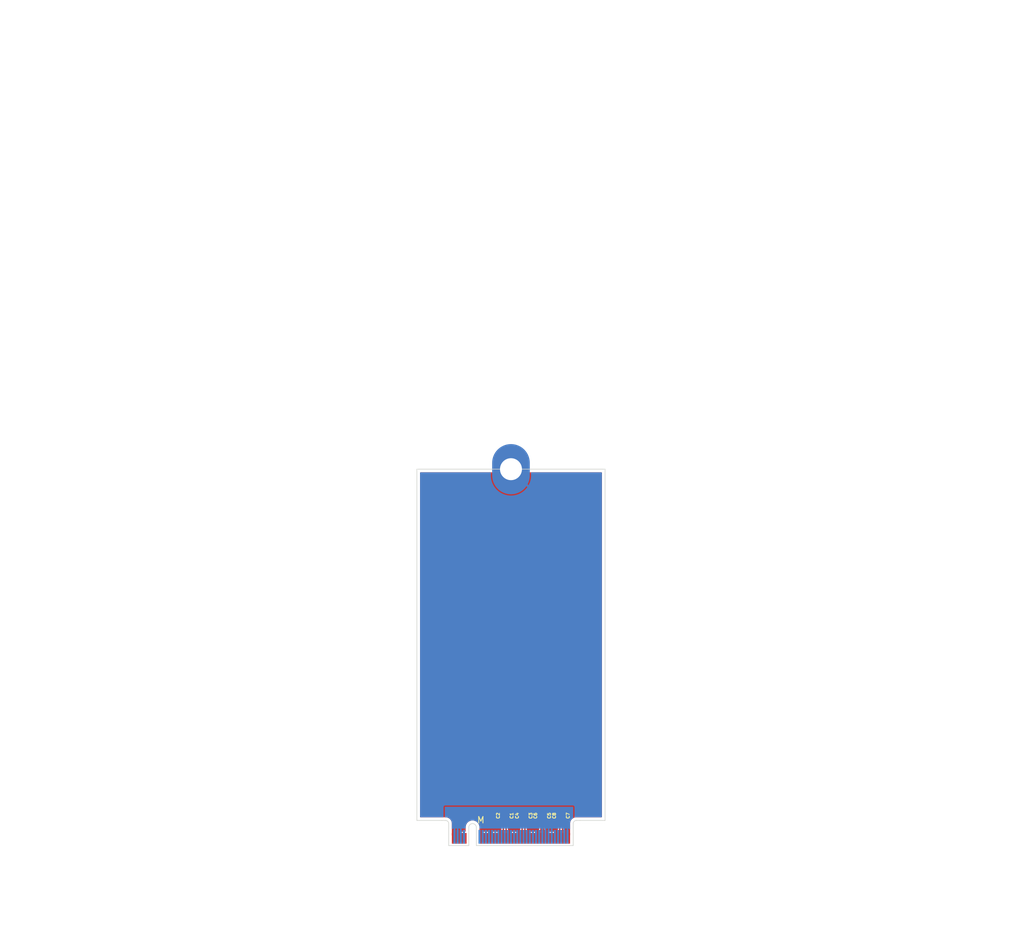
<source format=kicad_pcb>
(kicad_pcb (version 20241229) (generator "pcbnew") (generator_version "9.0")
  (layers (0 "F.Cu" signal) (2 "B.Cu" signal) (13 "F.Paste" user) (15 "B.Paste" user) (5 "F.SilkS" user "F.Silkscreen") (7 "B.SilkS" user "B.Silkscreen") (1 "F.Mask" user) (3 "B.Mask" user) (25 "Edge.Cuts" user))
  (net 0 "")
  (net 1 "/M.2 M Key/PET1P")
  (net 2 "/M.2 M Key/PET1N")
  (net 3 "/M.2 M Key/PET0N")
  (net 4 "/M.2 M Key/PET0P")
  (net 5 "/M.2 M Key/PET3N")
  (net 6 "/M.2 M Key/PET2P")
  (net 7 "/M.2 M Key/PET2N")
  (net 8 "/M.2 M Key/PET3P")
  (net 9 "/PET2+")
  (net 10 "/PET3+")
  (net 11 "/PET0-")
  (net 12 "/PET1-")
  (net 13 "GND")
  (net 14 "+3.3V")
  (net 17 "/LED1#")
  (net 18 "/PER3-")
  (net 19 "/PER3+")
  (net 22 "/PER2-")
  (net 24 "/PER2+")
  (net 30 "/PER1-")
  (net 32 "/PER1+")
  (net 33 "/DEVSLP")
  (net 38 "/PER0-")
  (net 40 "/PER0+")
  (net 41 "/PERST#")
  (net 42 "/CLKREQ#")
  (net 43 "/REFCLK-")
  (net 44 "/PEWAKE#")
  (net 45 "/REFCLK+")
  (net 49 "/SUSCLK")
  (net 50 "/PEDET")
  (net 51 "/PET1+")
  (net 52 "/PET2-")
  (net 53 "/PET0+")
  (net 54 "/PET3-")
  (footprint "Capacitor_SMD:C_0201_0603Metric" (layer "F.Cu") (at 113.32 153.765 90)
    (property "Reference" "C7" (at 0.005 0.735 90) (layer "F.SilkS") (effects (font (size 0.5 0.5))))
    (property "Value" "220nF")
    (pad "1" smd roundrect (at -0.32 0 90) (size 0.46 0.4) (layers "F.Cu" "F.Mask") (net 5 "/M.2 M Key/PET3N"))
    (pad "2" smd roundrect (at 0.32 0 90) (size 0.46 0.4) (layers "F.Cu" "F.Mask") (net 54 "/PET3-"))
  )
  (footprint "Capacitor_SMD:C_0201_0603Metric" (layer "F.Cu") (at 106.62 153.765 90)
    (property "Reference" "C4" (at 0 -0.675 90) (layer "F.SilkS") (effects (font (size 0.5 0.5))))
    (property "Value" "220nF")
    (pad "1" smd roundrect (at -0.32 0 90) (size 0.46 0.4) (layers "F.Cu" "F.Mask") (net 1 "/M.2 M Key/PET1P"))
    (pad "2" smd roundrect (at 0.32 0 90) (size 0.46 0.4) (layers "F.Cu" "F.Mask") (net 51 "/PET1+"))
  )
  (footprint "Capacitor_SMD:C_0201_0603Metric" (layer "F.Cu") (at 103.62 153.765 90)
    (property "Reference" "C2" (at 0 -0.705 90) (layer "F.SilkS") (effects (font (size 0.5 0.5))))
    (property "Value" "220nF")
    (pad "1" smd roundrect (at -0.32 0 90) (size 0.46 0.4) (layers "F.Cu" "F.Mask") (net 4 "/M.2 M Key/PET0P"))
    (pad "2" smd roundrect (at 0.32 0 90) (size 0.46 0.4) (layers "F.Cu" "F.Mask") (net 53 "/PET0+"))
  )
  (footprint "Capacitor_SMD:C_0201_0603Metric" (layer "F.Cu") (at 107.32 153.765 90)
    (property "Reference" "C3" (at 0 0.795 90) (layer "F.SilkS") (effects (font (size 0.5 0.5))))
    (property "Value" "220nF")
    (pad "1" smd roundrect (at -0.32 0 90) (size 0.46 0.4) (layers "F.Cu" "F.Mask") (net 2 "/M.2 M Key/PET1N"))
    (pad "2" smd roundrect (at 0.32 0 90) (size 0.46 0.4) (layers "F.Cu" "F.Mask") (net 12 "/PET1-"))
  )
  (footprint "Capacitor_SMD:C_0201_0603Metric" (layer "F.Cu") (at 104.32 153.765 90)
    (property "Reference" "C1" (at 0 0.765 90) (layer "F.SilkS") (effects (font (size 0.5 0.5))))
    (property "Value" "220nF")
    (pad "1" smd roundrect (at -0.32 0 90) (size 0.46 0.4) (layers "F.Cu" "F.Mask") (net 3 "/M.2 M Key/PET0N"))
    (pad "2" smd roundrect (at 0.32 0 90) (size 0.46 0.4) (layers "F.Cu" "F.Mask") (net 11 "/PET0-"))
  )
  (footprint "Capacitor_SMD:C_0201_0603Metric" (layer "F.Cu") (at 110.32 153.765 90)
    (property "Reference" "C5" (at 0 0.74 90) (layer "F.SilkS") (effects (font (size 0.5 0.5))))
    (property "Value" "220nF")
    (pad "1" smd roundrect (at -0.32 0 90) (size 0.46 0.4) (layers "F.Cu" "F.Mask") (net 7 "/M.2 M Key/PET2N"))
    (pad "2" smd roundrect (at 0.32 0 90) (size 0.46 0.4) (layers "F.Cu" "F.Mask") (net 52 "/PET2-"))
  )
  (footprint "Capacitor_SMD:C_0201_0603Metric" (layer "F.Cu") (at 109.62 153.765 90)
    (property "Reference" "C6" (at 0 -0.755 90) (layer "F.SilkS") (effects (font (size 0.5 0.5))))
    (property "Value" "220nF")
    (pad "1" smd roundrect (at -0.32 0 90) (size 0.46 0.4) (layers "F.Cu" "F.Mask") (net 6 "/M.2 M Key/PET2P"))
    (pad "2" smd roundrect (at 0.32 0 90) (size 0.46 0.4) (layers "F.Cu" "F.Mask") (net 9 "/PET2+"))
  )
  (footprint "PCIexpress:M.2 Mounting Pad" (layer "F.Cu") (at 104.97 98.525)
    (property "Reference" "H1")
    (property "Value" "MountingHole_Pad")
    (pad "1" thru_hole circle (at 0 0) (size 5.5 5.5) (drill 3.5) (property pad_prop_castellated) (layers "*.Cu" "*.Mask") (net 13 "GND") (padstack (mode front_inner_back) (layer "Inner" (shape circle) (size 5.5 5.5)) (layer "B.Cu" (shape oval) (size 6 8))))
  )
  (footprint "Capacitor_SMD:C_0201_0603Metric" (layer "F.Cu") (at 112.62 153.765 90)
    (property "Reference" "C8" (at 0 -0.75 90) (layer "F.SilkS") (effects (font (size 0.5 0.5))))
    (property "Value" "220nF")
    (pad "1" smd roundrect (at -0.32 0 90) (size 0.46 0.4) (layers "F.Cu" "F.Mask") (net 8 "/M.2 M Key/PET3P"))
    (pad "2" smd roundrect (at 0.32 0 90) (size 0.46 0.4) (layers "F.Cu" "F.Mask") (net 10 "/PET3+"))
  )
  (footprint "PCIexpress:M.2 M Key Connector" (layer "F.Cu") (at 104.97 157.415)
    (property "Reference" "J1")
    (property "Value" "~")
    (fp_line (start -11 -2.89) (end -10.425 -2.89) (stroke (width 0.1)) (layer "Edge.Cuts"))
    (fp_line (start -9.925 -2.39) (end -9.925 1.11) (stroke (width 0.1)) (layer "Edge.Cuts"))
    (fp_line (start -6.725 -1.79) (end -6.725 1.11) (stroke (width 0.1)) (layer "Edge.Cuts"))
    (fp_line (start -6.725 1.11) (end -9.925 1.11) (stroke (width 0.1)) (layer "Edge.Cuts"))
    (fp_line (start -5.525 -1.79) (end -5.525 1.11) (stroke (width 0.1)) (layer "Edge.Cuts"))
    (fp_line (start -5.525 1.11) (end 9.925 1.11) (stroke (width 0.1)) (layer "Edge.Cuts"))
    (fp_line (start 9.925 -2.39) (end 9.925 1.11) (stroke (width 0.1)) (layer "Edge.Cuts"))
    (fp_line (start 10.425 -2.89) (end 11 -2.89) (stroke (width 0.1)) (layer "Edge.Cuts"))
    (fp_arc (start -10.425 -2.89) (mid -10.071447 -2.743553) (end -9.925 -2.39) (stroke (width 0.1)) (layer "Edge.Cuts"))
    (fp_arc (start -6.725 -1.79) (mid -6.125 -2.39) (end -5.525 -1.79) (stroke (width 0.1)) (layer "Edge.Cuts"))
    (fp_arc (start 9.925 -2.39) (mid 10.071447 -2.743553) (end 10.425 -2.89) (stroke (width 0.1)) (layer "Edge.Cuts"))
    (fp_text user "M" (at -5.475 -2.375 0) (layer "F.SilkS") (effects (justify left bottom)))
    (pad "1" smd rect (at 9.25 -0.04 180) (size 0.35 1.7) (layers "F.Cu") (net 13 "GND"))
    (pad "2" smd rect (at 9 -0.29 180) (size 0.35 2.2) (layers "B.Cu") (net 14 "+3.3V"))
    (pad "3" smd rect (at 8.75 -0.04 180) (size 0.35 1.7) (layers "F.Cu") (net 13 "GND"))
    (pad "4" smd rect (at 8.5 -0.29 180) (size 0.35 2.2) (layers "B.Cu") (net 14 "+3.3V"))
    (pad "5" smd rect (at 8.25 -0.04 180) (size 0.35 1.7) (layers "F.Cu") (net 5 "/M.2 M Key/PET3N"))
    (pad "6" smd rect (at 8 -0.29 180) (size 0.35 2.2) (layers "B.Cu"))
    (pad "7" smd rect (at 7.75 -0.04 180) (size 0.35 1.7) (layers "F.Cu") (net 8 "/M.2 M Key/PET3P"))
    (pad "8" smd rect (at 7.5 -0.29 180) (size 0.35 2.2) (layers "B.Cu"))
    (pad "9" smd rect (at 7.25 -0.04 180) (size 0.35 1.7) (layers "F.Cu") (net 13 "GND"))
    (pad "10" smd rect (at 7 -0.29 180) (size 0.35 2.2) (layers "B.Cu") (net 17 "/LED1#"))
    (pad "11" smd rect (at 6.75 -0.04 180) (size 0.35 1.7) (layers "F.Cu") (net 18 "/PER3-"))
    (pad "12" smd rect (at 6.5 -0.29 180) (size 0.35 2.2) (layers "B.Cu") (net 14 "+3.3V"))
    (pad "13" smd rect (at 6.25 -0.04 180) (size 0.35 1.7) (layers "F.Cu") (net 19 "/PER3+"))
    (pad "14" smd rect (at 6 -0.29 180) (size 0.35 2.2) (layers "B.Cu") (net 14 "+3.3V"))
    (pad "15" smd rect (at 5.75 -0.04 180) (size 0.35 1.7) (layers "F.Cu") (net 13 "GND"))
    (pad "16" smd rect (at 5.5 -0.29 180) (size 0.35 2.2) (layers "B.Cu") (net 14 "+3.3V"))
    (pad "17" smd rect (at 5.25 -0.04 180) (size 0.35 1.7) (layers "F.Cu") (net 7 "/M.2 M Key/PET2N"))
    (pad "18" smd rect (at 5 -0.29 180) (size 0.35 2.2) (layers "B.Cu") (net 14 "+3.3V"))
    (pad "19" smd rect (at 4.75 -0.04 180) (size 0.35 1.7) (layers "F.Cu") (net 6 "/M.2 M Key/PET2P"))
    (pad "20" smd rect (at 4.5 -0.29 180) (size 0.35 2.2) (layers "B.Cu"))
    (pad "21" smd rect (at 4.25 -0.04 180) (size 0.35 1.7) (layers "F.Cu") (net 13 "GND"))
    (pad "22" smd rect (at 4 -0.29 180) (size 0.35 2.2) (layers "B.Cu"))
    (pad "23" smd rect (at 3.75 -0.04 180) (size 0.35 1.7) (layers "F.Cu") (net 22 "/PER2-"))
    (pad "24" smd rect (at 3.5 -0.29 180) (size 0.35 2.2) (layers "B.Cu"))
    (pad "25" smd rect (at 3.25 -0.04 180) (size 0.35 1.7) (layers "F.Cu") (net 24 "/PER2+"))
    (pad "26" smd rect (at 3 -0.29 180) (size 0.35 2.2) (layers "B.Cu"))
    (pad "27" smd rect (at 2.75 -0.04 180) (size 0.35 1.7) (layers "F.Cu") (net 13 "GND"))
    (pad "28" smd rect (at 2.5 -0.29 180) (size 0.35 2.2) (layers "B.Cu"))
    (pad "29" smd rect (at 2.25 -0.04 180) (size 0.35 1.7) (layers "F.Cu") (net 2 "/M.2 M Key/PET1N"))
    (pad "30" smd rect (at 2 -0.29 180) (size 0.35 2.2) (layers "B.Cu"))
    (pad "31" smd rect (at 1.75 -0.04 180) (size 0.35 1.7) (layers "F.Cu") (net 1 "/M.2 M Key/PET1P"))
    (pad "32" smd rect (at 1.5 -0.29 180) (size 0.35 2.2) (layers "B.Cu"))
    (pad "33" smd rect (at 1.25 -0.04 180) (size 0.35 1.7) (layers "F.Cu") (net 13 "GND"))
    (pad "34" smd rect (at 1 -0.29 180) (size 0.35 2.2) (layers "B.Cu"))
    (pad "35" smd rect (at 0.75 -0.04 180) (size 0.35 1.7) (layers "F.Cu") (net 30 "/PER1-"))
    (pad "36" smd rect (at 0.5 -0.29 180) (size 0.35 2.2) (layers "B.Cu"))
    (pad "37" smd rect (at 0.25 -0.04 180) (size 0.35 1.7) (layers "F.Cu") (net 32 "/PER1+"))
    (pad "38" smd rect (at 0 -0.29 180) (size 0.35 2.2) (layers "B.Cu") (net 33 "/DEVSLP"))
    (pad "39" smd rect (at -0.25 -0.04 180) (size 0.35 1.7) (layers "F.Cu") (net 13 "GND"))
    (pad "40" smd rect (at -0.5 -0.29 180) (size 0.35 2.2) (layers "B.Cu"))
    (pad "41" smd rect (at -0.75 -0.04 180) (size 0.35 1.7) (layers "F.Cu") (net 3 "/M.2 M Key/PET0N"))
    (pad "42" smd rect (at -1 -0.29 180) (size 0.35 2.2) (layers "B.Cu"))
    (pad "43" smd rect (at -1.25 -0.04 180) (size 0.35 1.7) (layers "F.Cu") (net 4 "/M.2 M Key/PET0P"))
    (pad "44" smd rect (at -1.5 -0.29 180) (size 0.35 2.2) (layers "B.Cu"))
    (pad "45" smd rect (at -1.75 -0.04 180) (size 0.35 1.7) (layers "F.Cu") (net 13 "GND"))
    (pad "46" smd rect (at -2 -0.29 180) (size 0.35 2.2) (layers "B.Cu"))
    (pad "47" smd rect (at -2.25 -0.04 180) (size 0.35 1.7) (layers "F.Cu") (net 38 "/PER0-"))
    (pad "48" smd rect (at -2.5 -0.29 180) (size 0.35 2.2) (layers "B.Cu"))
    (pad "49" smd rect (at -2.75 -0.04 180) (size 0.35 1.7) (layers "F.Cu") (net 40 "/PER0+"))
    (pad "50" smd rect (at -3 -0.29 180) (size 0.35 2.2) (layers "B.Cu") (net 41 "/PERST#"))
    (pad "51" smd rect (at -3.25 -0.04 180) (size 0.35 1.7) (layers "F.Cu") (net 13 "GND"))
    (pad "52" smd rect (at -3.5 -0.29 180) (size 0.35 2.2) (layers "B.Cu") (net 42 "/CLKREQ#"))
    (pad "53" smd rect (at -3.75 -0.04 180) (size 0.35 1.7) (layers "F.Cu") (net 43 "/REFCLK-"))
    (pad "54" smd rect (at -4 -0.29 180) (size 0.35 2.2) (layers "B.Cu") (net 44 "/PEWAKE#"))
    (pad "55" smd rect (at -4.25 -0.04 180) (size 0.35 1.7) (layers "F.Cu") (net 45 "/REFCLK+"))
    (pad "56" smd rect (at -4.5 -0.29 180) (size 0.35 2.2) (layers "B.Cu"))
    (pad "57" smd rect (at -4.75 -0.04 180) (size 0.35 1.7) (layers "F.Cu") (net 13 "GND"))
    (pad "58" smd rect (at -5 -0.29 180) (size 0.35 2.2) (layers "B.Cu"))
    (pad "67" smd rect (at -7.25 -0.04 180) (size 0.35 1.7) (layers "F.Cu"))
    (pad "68" smd rect (at -7.5 -0.29 180) (size 0.35 2.2) (layers "B.Cu") (net 49 "/SUSCLK"))
    (pad "69" smd rect (at -7.75 -0.04 180) (size 0.35 1.7) (layers "F.Cu") (net 50 "/PEDET"))
    (pad "70" smd rect (at -8 -0.29 180) (size 0.35 2.2) (layers "B.Cu") (net 14 "+3.3V"))
    (pad "71" smd rect (at -8.25 -0.04 180) (size 0.35 1.7) (layers "F.Cu") (net 13 "GND"))
    (pad "72" smd rect (at -8.5 -0.29 180) (size 0.35 2.2) (layers "B.Cu") (net 14 "+3.3V"))
    (pad "73" smd rect (at -8.75 -0.04 180) (size 0.35 1.7) (layers "F.Cu") (net 13 "GND"))
    (pad "74" smd rect (at -9 -0.29 180) (size 0.35 2.2) (layers "B.Cu") (net 14 "+3.3V"))
    (pad "75" smd rect (at -9.25 -0.04 180) (size 0.35 1.7) (layers "F.Cu") (net 13 "GND"))
  )
  (gr_line (start 119.97 154.525) (end 119.97 98.525) (stroke (width 0.1)) (layer "Edge.Cuts"))
  (gr_line (start 119.97 154.525) (end 115.97 154.525) (stroke (width 0.1)) (layer "Edge.Cuts"))
  (gr_line (start 119.97 98.525) (end 89.97 98.525) (stroke (width 0.1)) (layer "Edge.Cuts"))
  (gr_line (start 89.97 98.525) (end 89.97 154.525) (stroke (width 0.1)) (layer "Edge.Cuts"))
  (gr_line (start 93.97 154.525) (end 89.97 154.525) (stroke (width 0.1)) (layer "Edge.Cuts"))
  (segment (start 106.62 154.430001) (end 106.62 154.085) (width 0.2) (layer "F.Cu") (net 1))
  (segment (start 106.745 156.074999) (end 106.745 154.555001) (width 0.2) (layer "F.Cu") (net 1))
  (segment (start 106.72 157.375) (end 106.72 156.099999) (width 0.2) (layer "F.Cu") (net 1))
  (segment (start 106.745 154.555001) (end 106.62 154.430001) (width 0.2) (layer "F.Cu") (net 1))
  (segment (start 106.72 156.099999) (end 106.745 156.074999) (width 0.2) (layer "F.Cu") (net 1))
  (segment (start 107.195 156.074999) (end 107.195 154.555001) (width 0.2) (layer "F.Cu") (net 2))
  (segment (start 107.195 154.555001) (end 107.32 154.430001) (width 0.2) (layer "F.Cu") (net 2))
  (segment (start 107.22 156.099999) (end 107.195 156.074999) (width 0.2) (layer "F.Cu") (net 2))
  (segment (start 107.32 154.430001) (end 107.32 154.085) (width 0.2) (layer "F.Cu") (net 2))
  (segment (start 107.22 157.375) (end 107.22 156.099999) (width 0.2) (layer "F.Cu") (net 2))
  (segment (start 104.22 157.375) (end 104.22 156.099999) (width 0.2) (layer "F.Cu") (net 3))
  (segment (start 104.22 156.099999) (end 104.195 156.074999) (width 0.2) (layer "F.Cu") (net 3))
  (segment (start 104.32 154.430001) (end 104.32 154.085) (width 0.2) (layer "F.Cu") (net 3))
  (segment (start 104.195 156.074999) (end 104.195 154.555001) (width 0.2) (layer "F.Cu") (net 3))
  (segment (start 104.195 154.555001) (end 104.32 154.430001) (width 0.2) (layer "F.Cu") (net 3))
  (segment (start 103.72 156.099999) (end 103.745 156.074999) (width 0.2) (layer "F.Cu") (net 4))
  (segment (start 103.72 157.375) (end 103.72 156.099999) (width 0.2) (layer "F.Cu") (net 4))
  (segment (start 103.745 156.074999) (end 103.745 154.555001) (width 0.2) (layer "F.Cu") (net 4))
  (segment (start 103.62 154.430001) (end 103.62 154.085) (width 0.2) (layer "F.Cu") (net 4))
  (segment (start 103.745 154.555001) (end 103.62 154.430001) (width 0.2) (layer "F.Cu") (net 4))
  (segment (start 113.195 156.074999) (end 113.195 154.555001) (width 0.2) (layer "F.Cu") (net 5))
  (segment (start 113.32 154.430001) (end 113.32 154.085) (width 0.2) (layer "F.Cu") (net 5))
  (segment (start 113.22 157.375) (end 113.22 156.099999) (width 0.2) (layer "F.Cu") (net 5))
  (segment (start 113.195 154.555001) (end 113.32 154.430001) (width 0.2) (layer "F.Cu") (net 5))
  (segment (start 113.22 156.099999) (end 113.195 156.074999) (width 0.2) (layer "F.Cu") (net 5))
  (segment (start 109.745 154.555001) (end 109.62 154.430001) (width 0.2) (layer "F.Cu") (net 6))
  (segment (start 109.62 154.430001) (end 109.62 154.085) (width 0.2) (layer "F.Cu") (net 6))
  (segment (start 109.72 156.099999) (end 109.745 156.074999) (width 0.2) (layer "F.Cu") (net 6))
  (segment (start 109.72 157.375) (end 109.72 156.099999) (width 0.2) (layer "F.Cu") (net 6))
  (segment (start 109.745 156.074999) (end 109.745 154.555001) (width 0.2) (layer "F.Cu") (net 6))
  (segment (start 110.195 154.555001) (end 110.32 154.430001) (width 0.2) (layer "F.Cu") (net 7))
  (segment (start 110.195 156.074999) (end 110.195 154.555001) (width 0.2) (layer "F.Cu") (net 7))
  (segment (start 110.22 157.375) (end 110.22 156.099999) (width 0.2) (layer "F.Cu") (net 7))
  (segment (start 110.32 154.430001) (end 110.32 154.085) (width 0.2) (layer "F.Cu") (net 7))
  (segment (start 110.22 156.099999) (end 110.195 156.074999) (width 0.2) (layer "F.Cu") (net 7))
  (segment (start 112.745 156.074999) (end 112.745 154.555001) (width 0.2) (layer "F.Cu") (net 8))
  (segment (start 112.72 157.375) (end 112.72 156.099999) (width 0.2) (layer "F.Cu") (net 8))
  (segment (start 112.62 154.430001) (end 112.62 154.085) (width 0.2) (layer "F.Cu") (net 8))
  (segment (start 112.745 154.555001) (end 112.62 154.430001) (width 0.2) (layer "F.Cu") (net 8))
  (segment (start 112.72 156.099999) (end 112.745 156.074999) (width 0.2) (layer "F.Cu") (net 8))
  (zone (net 13) (net_name "GND") (layers "F.Cu" "B.Cu") (connect_pads (clearance 0.2)) (min_thickness 0.15) (fill yes (thermal_gap 0.2) (thermal_bridge_width 0.35))
    (polygon (pts (xy 89.97 156.935) (xy 89.97 98.505) (xy 119.97 98.505) (xy 119.97 156.855)))
  )
  (zone (net 14) (net_name "+3.3V") (layer "B.Cu") (priority 1) (connect_pads (clearance 0.2)) (min_thickness 0.1) (fill yes (thermal_gap 0.2) (thermal_bridge_width 0.25))
    (polygon (pts (xy 114.895 156.72) (xy 114.895 152.355) (xy 114.88 152.34) (xy 94.425 152.34) (xy 94.425 156.97) (xy 114.645 156.97)))
  )
)
</source>
